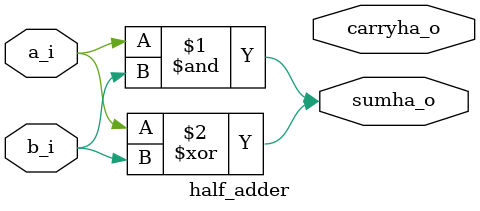
<source format=v>
`timescale 1ns / 1ps


module half_adder(
    input a_i, b_i,
    output sumha_o,carryha_o
    );
    
    and G1(sumha_o, a_i, b_i);
     xor G2(sumha_o, a_i, b_i);
endmodule

</source>
